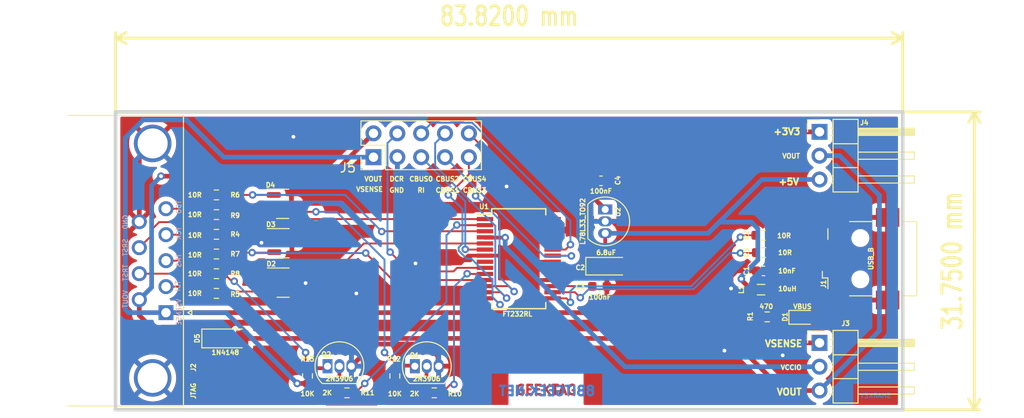
<source format=kicad_pcb>
(kicad_pcb (version 20211014) (generator pcbnew)
  (layers (0 "F.Cu" signal) (31 "B.Cu" signal) (34 "B.Paste" user) (35 "F.Paste" user) (36 "B.SilkS" user "B.Silkscreen") (37 "F.SilkS" user "F.Silkscreen") (38 "B.Mask" user) (39 "F.Mask" user) (44 "Edge.Cuts" user))
  (net 0 "")
  (net 1 "GND")
  (net 2 "/VUSB")
  (net 3 "VBUS")
  (net 4 "Net-(C3-Pad1)")
  (net 5 "/VREG")
  (net 6 "/VOUTR")
  (net 7 "/VOUT")
  (net 8 "Net-(D1-Pad1)")
  (net 9 "/TDI")
  (net 10 "/TCK")
  (net 11 "/TMS")
  (net 12 "/TDO")
  (net 13 "/VSENSE")
  (net 14 "Net-(J1-Pad3)")
  (net 15 "Net-(J1-Pad2)")
  (net 16 "/TRST")
  (net 17 "/SRST")
  (net 18 "Net-(D2-Pad2)")
  (net 19 "Net-(R3-Pad1)")
  (net 20 "Net-(R2-Pad1)")
  (net 24 "Net-(R8-Pad2)")
  (net 25 "Net-(D3-Pad1)")
  (net 26 "Net-(D3-Pad2)")
  (net 27 "Net-(D4-Pad1)")
  (net 28 "Net-(J3-Pad2)")
  (net 29 "Net-(R9-Pad2)")
  (net 30 "Net-(Q1-Pad2)")
  (net 31 "Net-(Q2-Pad2)")
  (net 32 "Net-(U1-Pad10)")
  (net 33 "Net-(U1-Pad2)")
  (net 34 "/DCR")
  (net 35 "/RI")
  (net 36 "/CBUS0")
  (net 37 "/CBUS1")
  (net 38 "/CBUS2")
  (net 39 "/CBUS3")
  (net 40 "/CBUS4")
  (footprint "Capacitor_SMD:C_0603_1608Metric" (layer "F.Cu") (at 188.15 83.3 180)
    (fp_text reference "C1")
    (fp_text value "10nF")
  )
  (footprint "Connector_PinHeader_2.54mm:PinHeader_2x05_P2.54mm_Vertical" (layer "F.Cu") (at 146.625 71.175 90)
    (fp_text reference "J5")
    (fp_text value "AUX")
  )
  (footprint "Resistor_SMD:R_0603_1608Metric" (layer "F.Cu") (at 148.9 94.5 90)
    (fp_text reference "R12")
    (fp_text value "10K")
  )
  (footprint "Capacitor_SMD:C_0603_1608Metric" (layer "F.Cu") (at 170.7 84.95)
    (fp_text reference "C3")
    (fp_text value "100nF")
  )
  (footprint "Resistor_SMD:R_0603_1608Metric" (layer "F.Cu") (at 129.9 75.2)
    (fp_text reference "R6")
    (fp_text value "10R")
  )
  (footprint "Package_TO_SOT_THT:TO-92_Inline" (layer "F.Cu") (at 141.73 93.46)
    (fp_text reference "Q2")
    (fp_text value "2N3906")
  )
  (footprint "Resistor_SMD:R_0603_1608Metric" (layer "F.Cu") (at 129.9 85.7)
    (fp_text reference "R5")
    (fp_text value "10R")
  )
  (footprint "Resistor_SMD:R_0603_1608Metric" (layer "F.Cu") (at 129.9 83.6)
    (fp_text reference "R8")
    (fp_text value "10R")
  )
  (footprint "Diode_SMD:D_MiniMELF" (layer "F.Cu") (at 130.9 90.5)
    (fp_text reference "D5")
    (fp_text value "1N4148")
  )
  (footprint "Resistor_SMD:R_0603_1608Metric" (layer "F.Cu") (at 139.6 94.5 90)
    (fp_text reference "R13")
    (fp_text value "10K")
  )
  (footprint "Resistor_SMD:R_0603_1608Metric" (layer "F.Cu") (at 129.9 79.4)
    (fp_text reference "R4")
    (fp_text value "10R")
  )
  (footprint "Package_SO:SSOP-28_5.3x10.2mm_P0.65mm" (layer "F.Cu") (at 162.1 82)
    (fp_text reference "U1")
    (fp_text value "FT232RL")
  )
  (footprint "Resistor_SMD:R_0603_1608Metric" (layer "F.Cu") (at 143.8 96.3 180)
    (fp_text reference "R11")
    (fp_text value "2K")
  )
  (footprint "Inductor_SMD:L_0805_2012Metric" (layer "F.Cu") (at 187.9 85.3 180)
    (fp_text reference "L1")
    (fp_text value "10uH")
  )
  (footprint "Package_TO_SOT_SMD:SOT-23" (layer "F.Cu") (at 137 80.35)
    (fp_text reference "D3")
    (fp_text value "NUP2105L" hide)
  )
  (footprint "Package_TO_SOT_THT:TO-92_Inline" (layer "F.Cu") (at 151.03 93.46)
    (fp_text reference "Q1")
    (fp_text value "2N3906")
  )
  (footprint "Capacitor_SMD:C_0603_1608Metric" (layer "F.Cu") (at 170.85 73.7)
    (fp_text reference "C4")
    (fp_text value "100nF")
  )
  (footprint "Connector_USB:USB_Mini-B_Wuerth_65100516121_Horizontal" (layer "F.Cu") (at 198.475 82 90)
    (fp_text reference "J1")
    (fp_text value "USB_B")
  )
  (footprint "Resistor_SMD:R_0603_1608Metric" (layer "F.Cu") (at 188.55 88.2 180)
    (fp_text reference "R1")
    (fp_text value "470")
  )
  (footprint "Connector_PinHeader_2.54mm:PinHeader_1x03_P2.54mm_Horizontal" (layer "F.Cu") (at 194.125 90.975)
    (fp_text reference "J3")
    (fp_text value "VCCIO")
  )
  (footprint "Connector_PinHeader_2.54mm:PinHeader_1x03_P2.54mm_Horizontal" (layer "F.Cu") (at 194.125 68.475)
    (fp_text reference "J4")
    (fp_text value "VOUT")
  )
  (footprint "Resistor_SMD:R_0603_1608Metric" (layer "F.Cu") (at 153.1 96.3 180)
    (fp_text reference "R10")
    (fp_text value "2K")
  )
  (footprint "Resistor_SMD:R_0603_1608Metric" (layer "F.Cu") (at 188.15 81.35)
    (fp_text reference "R3")
    (fp_text value "10R")
  )
  (footprint "Resistor_SMD:R_0603_1608Metric" (layer "F.Cu") (at 129.9 77.3)
    (fp_text reference "R9")
    (fp_text value "10R")
  )
  (footprint "Resistor_SMD:R_0603_1608Metric" (layer "F.Cu") (at 188.1 79.5)
    (fp_text reference "R2")
    (fp_text value "10R")
  )
  (footprint "Resistor_SMD:R_0603_1608Metric" (layer "F.Cu") (at 129.9 81.5)
    (fp_text reference "R7")
    (fp_text value "10R")
  )
  (footprint "Capacitor_Tantalum_SMD:CP_EIA-3216-18_Kemet-A" (layer "F.Cu") (at 171.55 82.8)
    (fp_text reference "C2")
    (fp_text value "6.8uF")
  )
  (footprint "Package_TO_SOT_SMD:SOT-23" (layer "F.Cu") (at 136.95 76.15)
    (fp_text reference "D4")
    (fp_text value "NUP2105L" hide)
  )
  (footprint "Package_TO_SOT_THT:TO-92_Inline" (layer "F.Cu") (at 171.3 76.75 -90)
    (fp_text reference "U2")
    (fp_text value "L78L33_TO92")
  )
  (footprint "Package_TO_SOT_SMD:SOT-23" (layer "F.Cu") (at 137 84.55)
    (fp_text reference "D2")
    (fp_text value "NUP2105L" hide)
  )
  (footprint "Connector_Dsub:DSUB-9_Female_Horizontal_P2.77x2.84mm_EdgePinOffset7.70mm_Housed_MountingHolesOffset9.12mm" (layer "F.Cu") (at 124.530331 87.75 -90)
    (fp_text reference "J2")
    (fp_text value "JTAG")
  )
  (footprint "LED_SMD:LED_0603_1608Metric" (layer "F.Cu") (at 192.35 88.25)
    (fp_text reference "D1")
    (fp_text value "VBUS")
  )
  (gr_line (start 119.16254 66.35) (end 202.98254 66.35) (layer "Edge.Cuts") (width 0.381))
  (gr_line (start 119.16254 98.1) (end 119.16254 66.35) (layer "Edge.Cuts") (width 0.381))
  (gr_line (start 202.98254 98.1) (end 119.16254 98.1) (layer "Edge.Cuts") (width 0.381))
  (gr_line (start 202.98254 66.35) (end 202.98254 98.1) (layer "Edge.Cuts") (width 0.381))
  (gr_text "GEEKTAG" (at 165 96) (layer "F.Cu") (effects (font (size 1 1) (thickness 0.25))))
  (gr_text "SHARKEY" (at 200.1 96.6) (layer "B.Cu") (effects (font (size 0.5 0.5) (thickness 0.125)) (justify mirror)))
  (gr_text "8BITGEEK.NET" (at 165.1 96.1) (layer "B.Cu") (effects (font (size 1 1) (thickness 0.25)) (justify mirror)))
  (gr_text "VOUT" (at 120.2 86.3 90) (layer "B.SilkS") (effects (font (size 0.508 0.508) (thickness 0.0762)) (justify mirror)))
  (gr_text "TDI" (at 125.8 84.9 90) (layer "B.SilkS") (effects (font (size 0.508 0.508) (thickness 0.0762)) (justify mirror)))
  (gr_text "SRST" (at 120.2 80.8 90) (layer "B.SilkS") (effects (font (size 0.508 0.508) (thickness 0.0762)) (justify mirror)))
  (gr_text "VSENSE" (at 125.9 87.7 90) (layer "B.SilkS") (effects (font (size 0.508 0.508) (thickness 0.0762)) (justify mirror)))
  (gr_text "TCK" (at 125.9 79.3 90) (layer "B.SilkS") (effects (font (size 0.508 0.508) (thickness 0.0762)) (justify mirror)))
  (gr_text "TRST" (at 120.2 83.5 90) (layer "B.SilkS") (effects (font (size 0.508 0.508) (thickness 0.0762)) (justify mirror)))
  (gr_text "TMS" (at 125.9 82.2 90) (layer "B.SilkS") (effects (font (size 0.508 0.508) (thickness 0.0762)) (justify mirror)))
  (gr_text "TDO" (at 125.9 76.5 90) (layer "B.SilkS") (effects (font (size 0.508 0.508) (thickness 0.0762)) (justify mirror)))
  (gr_text "GND" (at 120.2 78.1 90) (layer "B.SilkS") (effects (font (size 0.508 0.508) (thickness 0.0762)) (justify mirror)))
  (gr_text "RI" (at 151.7 74.7) (layer "F.SilkS") (effects (font (size 0.5 0.5) (thickness 0.125))))
  (gr_text "GND" (at 149.1 74.7) (layer "F.SilkS") (effects (font (size 0.5 0.5) (thickness 0.125))))
  (gr_text "VOUT" (at 190.9 96.2) (layer "F.SilkS") (effects (font (size 0.7 0.7) (thickness 0.175))))
  (gr_text "+3V3" (at 190.65 68.45) (layer "F.SilkS") (effects (font (size 0.7 0.7) (thickness 0.175))))
  (gr_text "CBUS3" (at 157.4 74.7) (layer "F.SilkS") (effects (font (size 0.5 0.5) (thickness 0.125))))
  (gr_text "VSENSE" (at 190.3 91.05) (layer "F.SilkS") (effects (font (size 0.7 0.7) (thickness 0.175))))
  (gr_text "VSENSE" (at 146.2 74.6) (layer "F.SilkS") (effects (font (size 0.5 0.5) (thickness 0.125))))
  (gr_text "CBUS2" (at 154.5 73.5) (layer "F.SilkS") (effects (font (size 0.5 0.5) (thickness 0.125))))
  (gr_text "+5V" (at 190.85 73.8) (layer "F.SilkS") (effects (font (size 0.7 0.7) (thickness 0.175))))
  (gr_text "VOUT" (at 146.6 73.5) (layer "F.SilkS") (effects (font (size 0.5 0.5) (thickness 0.125))))
  (gr_text "CBUS4" (at 157.4 73.5) (layer "F.SilkS") (effects (font (size 0.5 0.5) (thickness 0.125))))
  (gr_text "CBUS0" (at 151.7 73.5) (layer "F.SilkS") (effects (font (size 0.5 0.5) (thickness 0.125))))
  (gr_text "DCR" (at 149.1 73.5) (layer "F.SilkS") (effects (font (size 0.5 0.5) (thickness 0.125))))
  (gr_text "CBUS1" (at 154.5 74.7) (layer "F.SilkS") (effects (font (size 0.5 0.5) (thickness 0.125))))
  (dimension (type aligned) (layer "F.SilkS") (pts (xy 202.72854 98.1) (xy 202.72854 66.35)) (height 7.87146) (gr_text "31.7500 mm" (at 208.2632 82.225 90) (layer "F.SilkS") (effects (font (size 2.032 1.524) (thickness 0.3048)))) (format (units 2) (units_format 1) (precision 4)) (style (thickness 0.3048) (arrow_length 1.27) (text_position_mode 0) (extension_height 0.58642) (extension_offset 0) keep_text_aligned))
  (dimension (type aligned) (layer "F.SilkS") (pts (xy 202.98254 66.477) (xy 119.16254 66.477)) (height 7.99846) (gr_text "83.8200 mm" (at 161.07254 56.14174) (layer "F.SilkS") (effects (font (size 2.032 1.524) (thickness 0.3048)))) (format (units 2) (units_format 1) (precision 4)) (style (thickness 0.3048) (arrow_length 1.27) (text_position_mode 0) (extension_height 0.58642) (extension_offset 0) keep_text_aligned))
  (segment (start 201.375 86.4) (end 201.375 77.6) (width 0.5) (layer "F.Cu") (net 1))
  (segment (start 165.7 82.325) (end 163.575 82.325) (width 0.4) (layer "F.Cu") (net 1))
  (segment (start 162.925 81.675) (end 163.35 82.1) (width 0.4) (layer "F.Cu") (net 1))
  (segment (start 166.199022 79.725) (end 167.587011 78.337011) (width 0.4) (layer "F.Cu") (net 1))
  (segment (start 173.4 77.4) (end 172.78 78.02) (width 0.5) (layer "F.Cu") (net 1))
  (segment (start 144.27 93.46) (end 146.63048 91.09952) (width 0.5) (layer "F.Cu") (net 1))
  (segment (start 182.34 93.46) (end 184 91.8) (width 0.5) (layer "F.Cu") (net 1))
  (segment (start 160.95 76.15) (end 137.8875 76.15) (width 0.4) (layer "F.Cu") (net 1))
  (segment (start 187.375 83.3) (end 185.3 83.3) (width 0.5) (layer "F.Cu") (net 1))
  (segment (start 155.889259 82.5) (end 151.1 82.5) (width 0.4) (layer "F.Cu") (net 1))
  (segment (start 171.475 84.225) (end 172.9 82.8) (width 0.5) (layer "F.Cu") (net 1))
  (segment (start 167.587011 78.337011) (end 166.849022 79.075) (width 0.4) (layer "F.Cu") (net 1))
  (segment (start 163.775 79.725) (end 165.7 79.725) (width 0.4) (layer "F.Cu") (net 1))
  (segment (start 139.4 84.6) (end 137.9875 84.6) (width 0.5) (layer "F.Cu") (net 1))
  (segment (start 134.75 80.35) (end 134.7 80.3) (width 0.5) (layer "F.Cu") (net 1))
  (segment (start 184.7 83.9) (end 184.7 85.175) (width 0.5) (layer "F.Cu") (net 1))
  (segment (start 146.63048 91.09952) (end 152.2 91.09952) (width 0.5) (layer "F.Cu") (net 1))
  (segment (start 195.875 88.075) (end 195.875 86.4) (width 0.5) (layer "F.Cu") (net 1))
  (segment (start 163.35 80.15) (end 163.775 79.725) (width 0.4) (layer "F.Cu") (net 1))
  (segment (start 121.690331 71.13) (end 123.110331 69.71) (width 0.5) (layer "F.Cu") (net 1))
  (segment (start 195.875 80.4) (end 195.875 81.2) (width 0.5) (layer "F.Cu") (net 1))
  (segment (start 185.3 83.3) (end 184.7 83.9) (width 0.5) (layer "F.Cu") (net 1))
  (segment (start 194.55 89.4) (end 195.875 88.075) (width 0.5) (layer "F.Cu") (net 1))
  (segment (start 172.78 78.02) (end 171.3 78.02) (width 0.5) (layer "F.Cu") (net 1))
  (segment (start 163.35 83.85) (end 163.35 80.15) (width 0.4) (layer "F.Cu") (net 1))
  (segment (start 156.714259 81.675) (end 155.889259 82.5) (width 0.4) (layer "F.Cu") (net 1))
  (segment (start 163.575 82.325) (end 163.35 82.1) (width 0.4) (layer "F.Cu") (net 1))
  (segment (start 120.3 91.899669) (end 123.110331 94.71) (width 0.5) (layer "F.Cu") (net 1))
  (segment (start 172.1 78.02) (end 172.9 78.82) (width 0.5) (layer "F.Cu") (net 1))
  (segment (start 153.5 93.39) (end 153.57 93.46) (width 0.5) (layer "F.Cu") (net 1))
  (segment (start 152.2 91.09952) (end 153.5 92.39952) (width 0.5) (layer "F.Cu") (net 1))
  (segment (start 153.57 93.46) (end 182.34 93.46) (width 0.5) (layer "F.Cu") (net 1))
  (segment (start 158.5 81.675) (end 162.925 81.675) (width 0.4) (layer "F.Cu") (net 1))
  (segment (start 165.7 79.075) (end 163.875 79.075) (width 0.4) (layer "F.Cu") (net 1))
  (segment (start 137.9375 80.35) (end 134.75 80.35) (width 0.5) (layer "F.Cu") (net 1))
  (segment (start 173.4 75.475) (end 173.4 77.4) (width 0.5) (layer "F.Cu") (net 1))
  (segment (start 195.875 80.4) (end 195.875 77.6) (width 0.5) (layer "F.Cu") (net 1))
  (segment (start 163.35 82.1) (end 163.35 80.15) (width 0.4) (layer "F.Cu") (net 1))
  (segment (start 165.7 84.275) (end 163.775 84.275) (width 0.4) (layer "F.Cu") (net 1))
  (segment (start 172.9 78.82) (end 172.9 82.8) (width 0.5) (layer "F.Cu") (net 1))
  (segment (start 153.5 92.39952) (end 153.5 93.39) (width 0.5) (layer "F.Cu") (net 1))
  (segment (start 163.875 79.075) (end 160.95 76.15) (width 0.4) (layer "F.Cu") (net 1))
  (segment (start 171.3 78.02) (end 195.455 78.02) (width 0.4) (layer "F.Cu") (net 1))
  (segment (start 137.9875 84.6) (end 137.9375 84.55) (width 0.5) (layer "F.Cu") (net 1))
  (segment (start 167.904022 78.02) (end 167.587011 78.337011) (width 0.4) (layer "F.Cu") (net 1))
  (segment (start 184.7 85.175) (end 187.725 88.2) (width 0.5) (layer "F.Cu") (net 1))
  (segment (start 165.7 79.725) (end 166.199022 79.725) (width 0.4) (layer "F.Cu") (net 1))
  (segment (start 158.5 81.675) (end 156.714259 81.675) (width 0.4) (layer "F.Cu") (net 1))
  (segment (start 121.690331 78.055) (end 121.690331 71.13) (width 0.5) (layer "F.Cu") (net 1))
  (segment (start 171.475 84.95) (end 171.475 84.225) (width 0.5) (layer "F.Cu") (net 1))
  (segment (start 121.690331 78.055) (end 120.3 79.445331) (width 0.5) (layer "F.Cu") (net 1))
  (segment (start 163.775 84.275) (end 163.35 83.85) (width 0.4) (layer "F.Cu") (net 1))
  (segment (start 171.625 73.7) (end 173.4 75.475) (width 0.5) (layer "F.Cu") (net 1))
  (segment (start 120.3 79.445331) (end 120.3 91.899669) (width 0.5) (layer "F.Cu") (net 1))
  (segment (start 201.375 77.6) (end 195.875 77.6) (width 0.5) (layer "F.Cu") (net 1))
  (segment (start 195.455 78.02) (end 195.875 77.6) (width 0.4) (layer "F.Cu") (net 1))
  (segment (start 166.849022 79.075) (end 165.7 79.075) (width 0.4) (layer "F.Cu") (net 1))
  (segment (start 187.725 88.2) (end 188.925 89.4) (width 0.5) (layer "F.Cu") (net 1))
  (segment (start 171.3 78.02) (end 172.1 78.02) (width 0.5) (layer "F.Cu") (net 1))
  (segment (start 195.875 86.4) (end 201.375 86.4) (width 0.5) (layer "F.Cu") (net 1))
  (segment (start 171.3 78.02) (end 167.904022 78.02) (width 0.4) (layer "F.Cu") (net 1))
  (segment (start 188.925 89.4) (end 194.55 89.4) (width 0.5) (layer "F.Cu") (net 1))
  (via (at 190.2 92.3) (size 0.8) (drill 0.4) (layers "F.Cu" "B.Cu") (net 1))
  (via (at 151.1 82.5) (size 0.8) (drill 0.4) (layers "F.Cu" "B.Cu") (net 1))
  (via (at 138.1 69) (size 0.8) (drill 0.4) (layers "F.Cu" "B.Cu") (net 1))
  (via (at 184 91.8) (size 0.8) (drill 0.4) (layers "F.Cu" "B.Cu") (net 1))
  (via (at 144.8 85.7) (size 0.8) (drill 0.4) (layers "F.Cu" "B.Cu") (net 1))
  (via (at 160.8 74.3) (size 0.8) (drill 0.4) (layers "F.Cu" "B.Cu") (net 1))
  (via (at 134.7 80.3) (size 0.8) (drill 0.4) (layers "F.Cu" "B.Cu") (net 1))
  (via (at 139.4 84.6) (size 0.8) (drill 0.4) (layers "F.Cu" "B.Cu") (net 1))
  (via (at 184.7 85.175) (size 0.8) (drill 0.4) (layers "F.Cu" "B.Cu") (net 1))
  (segment (start 134.7 80.3) (end 133.69003 80.3) (width 0.5) (layer "B.Cu") (net 1))
  (segment (start 139.4 84.6) (end 144.27 89.47) (width 0.5) (layer "B.Cu") (net 1))
  (segment (start 149.165 71.175) (end 149.165 80.565) (width 0.4) (layer "B.Cu") (net 1))
  (segment (start 134.7 80.3) (end 133.700331 80.3) (width 0.5) (layer "B.Cu") (net 1))
  (segment (start 144.27 89.47) (end 144.27 93.46) (width 0.5) (layer "B.Cu") (net 1))
  (segment (start 132.950489 83.950489) (end 133.5 84.5) (width 0.5) (layer "B.Cu") (net 1))
  (segment (start 132.950489 81.039541) (end 132.950489 83.950489) (width 0.5) (layer "B.Cu") (net 1))
  (segment (start 133.6 84.6) (end 139.4 84.6) (width 0.5) (layer "B.Cu") (net 1))
  (segment (start 149.165 80.565) (end 151.1 82.5) (width 0.4) (layer "B.Cu") (net 1))
  (segment (start 133.700331 80.3) (end 123.110331 69.71) (width 0.5) (layer "B.Cu") (net 1))
  (segment (start 133.69003 80.3) (end 132.950489 81.039541) (width 0.5) (layer "B.Cu") (net 1))
  (segment (start 184 91.8) (end 184 85.875) (width 0.5) (layer "B.Cu") (net 1))
  (segment (start 184 85.875) (end 184.7 85.175) (width 0.5) (layer "B.Cu") (net 1))
  (segment (start 133.5 84.5) (end 133.6 84.6) (width 0.5) (layer "B.Cu") (net 1))
  (segment (start 195.875 83.6) (end 189.225 83.6) (width 0.5) (layer "F.Cu") (net 2))
  (segment (start 188.9625 83.3375) (end 188.925 83.3) (width 0.5) (layer "F.Cu") (net 2))
  (segment (start 188.9625 85.3) (end 188.9625 83.3375) (width 0.5) (layer "F.Cu") (net 2))
  (segment (start 189.225 83.6) (end 188.925 83.3) (width 0.5) (layer "F.Cu") (net 2))
  (segment (start 185.8 84.2625) (end 186.8375 85.3) (width 0.5) (layer "F.Cu") (net 3))
  (segment (start 186.8375 85.3) (end 188.1375 86.6) (width 0.5) (layer "F.Cu") (net 3))
  (segment (start 185.8 84.15) (end 185.8 84.2625) (width 0.5) (layer "F.Cu") (net 3))
  (segment (start 193.1375 87.6375) (end 193.1375 88.25) (width 0.5) (layer "F.Cu") (net 3))
  (segment (start 165.7 82.975) (end 170.025 82.975) (width 0.4) (layer "F.Cu") (net 3))
  (segment (start 170.025 82.975) (end 170.2 82.8) (width 0.3) (layer "F.Cu") (net 3))
  (segment (start 192.1 86.6) (end 193.1375 87.6375) (width 0.5) (layer "F.Cu") (net 3))
  (segment (start 171.3 81.7) (end 170.2 82.8) (width 0.4) (layer "F.Cu") (net 3))
  (segment (start 188.1375 86.6) (end 192.1 86.6) (width 0.5) (layer "F.Cu") (net 3))
  (segment (start 171.3 79.29) (end 171.3 81.7) (width 0.4) (layer "F.Cu") (net 3))
  (via (at 185.8 84.15) (size 0.8) (drill 0.4) (layers "F.Cu" "B.Cu") (net 3))
  (segment (start 186.85 78.1) (end 187.55 78.8) (width 0.5) (layer "B.Cu") (net 3))
  (segment (start 194.125 73.555) (end 187.995 73.555) (width 0.5) (layer "B.Cu") (net 3))
  (segment (start 182.26 79.29) (end 183.45 78.1) (width 0.5) (layer "B.Cu") (net 3))
  (segment (start 183.45 78.1) (end 186.8 78.1) (width 0.5) (layer "B.Cu") (net 3))
  (segment (start 187.995 73.555) (end 182.26 79.29) (width 0.5) (layer "B.Cu") (net 3))
  (segment (start 187.55 82.15) (end 185.8 83.9) (width 0.5) (layer "B.Cu") (net 3))
  (segment (start 185.8 83.9) (end 185.8 84.15) (width 0.5) (layer "B.Cu") (net 3))
  (segment (start 186.8 78.1) (end 186.85 78.1) (width 0.5) (layer "B.Cu") (net 3))
  (segment (start 187.55 78.8) (end 187.55 82.15) (width 0.5) (layer "B.Cu") (net 3))
  (segment (start 182.26 79.29) (end 171.3 79.29) (width 0.5) (layer "B.Cu") (net 3))
  (segment (start 169.9 84.925) (end 169.925 84.95) (width 0.2) (layer "F.Cu") (net 4))
  (segment (start 165.7 84.925) (end 169.9 84.925) (width 0.2) (layer "F.Cu") (net 4))
  (segment (start 170.1 72.25) (end 173.875 68.475) (width 0.5) (layer "F.Cu") (net 5))
  (segment (start 173.875 68.475) (end 194.125 68.475) (width 0.5) (layer "F.Cu") (net 5))
  (segment (start 170.075 73.7) (end 170.075 75.525) (width 0.5) (layer "F.Cu") (net 5))
  (segment (start 170.1 73.675) (end 170.1 72.25) (width 0.5) (layer "F.Cu") (net 5))
  (segment (start 170.075 73.7) (end 170.1 73.675) (width 0.5) (layer "F.Cu") (net 5))
  (segment (start 170.075 75.525) (end 171.3 76.75) (width 0.5) (layer "F.Cu") (net 5))
  (segment (start 121.690331 88.040331) (end 124.15 90.5) (width 0.5) (layer "F.Cu") (net 6))
  (segment (start 142.06 73.2) (end 146.625 68.635) (width 0.5) (layer "F.Cu") (net 6))
  (segment (start 124.15 90.5) (end 129.15 90.5) (width 0.5) (layer "F.Cu") (net 6))
  (segment (start 121.690331 86.365) (end 121.690331 88.040331) (width 0.5) (layer "F.Cu") (net 6))
  (segment (start 124 73.2) (end 142.06 73.2) (width 0.5) (layer "F.Cu") (net 6))
  (via (at 124 73.2) (size 0.8) (drill 0.4) (layers "F.Cu" "B.Cu") (net 6))
  (segment (start 123 85.055331) (end 123 74.2) (width 0.5) (layer "B.Cu") (net 6))
  (segment (start 121.690331 86.365) (end 123 85.055331) (width 0.5) (layer "B.Cu") (net 6))
  (segment (start 123 74.2) (end 124 73.2) (width 0.5) (layer "B.Cu") (net 6))
  (segment (start 132.65 90.5) (end 184.7 90.5) (width 0.5) (layer "F.Cu") (net 7))
  (segment (start 190.255 96.055) (end 194.125 96.055) (width 0.5) (layer "F.Cu") (net 7))
  (segment (start 184.7 90.5) (end 190.255 96.055) (width 0.5) (layer "F.Cu") (net 7))
  (segment (start 200.5 75.25) (end 196.265 71.015) (width 0.5) (layer "B.Cu") (net 7))
  (segment (start 194.125 96.055) (end 200.5 89.68) (width 0.5) (layer "B.Cu") (net 7))
  (segment (start 196.265 71.015) (end 194.125 71.015) (width 0.5) (layer "B.Cu") (net 7))
  (segment (start 200.5 89.68) (end 200.5 75.25) (width 0.5) (layer "B.Cu") (net 7))
  (segment (start 189.425 88.25) (end 189.375 88.2) (width 0.5) (layer "F.Cu") (net 8))
  (segment (start 191.5625 88.25) (end 189.425 88.25) (width 0.5) (layer "F.Cu") (net 8))
  (segment (start 129.075 85.7) (end 128.355 84.98) (width 0.2) (layer "F.Cu") (net 9))
  (segment (start 128.355 84.98) (end 124.530331 84.98) (width 0.2) (layer "F.Cu") (net 9))
  (segment (start 124.530331 79.44) (end 129.035 79.44) (width 0.2) (layer "F.Cu") (net 10))
  (segment (start 129.035 79.44) (end 129.075 79.4) (width 0.2) (layer "F.Cu") (net 10))
  (segment (start 128.365 82.21) (end 124.530331 82.21) (width 0.2) (layer "F.Cu") (net 11))
  (segment (start 129.075 81.5) (end 128.365 82.21) (width 0.2) (layer "F.Cu") (net 11))
  (segment (start 127.605 76.67) (end 129.075 75.2) (width 0.2) (layer "F.Cu") (net 12))
  (segment (start 124.530331 76.67) (end 127.605 76.67) (width 0.2) (layer "F.Cu") (net 12))
  (segment (start 148.9 95.4) (end 148.9 95.325) (width 0.5) (layer "F.Cu") (net 13))
  (segment (start 141.675 97.4) (end 146.9 97.4) (width 0.5) (layer "F.Cu") (net 13))
  (segment (start 139.575 95.3) (end 139.6 95.325) (width 0.5) (layer "F.Cu") (net 13))
  (segment (start 124.530331 87.75) (end 183.2 87.75) (width 0.5) (layer "F.Cu") (net 13))
  (segment (start 146.9 97.4) (end 148.9 95.4) (width 0.5) (layer "F.Cu") (net 13))
  (segment (start 138.5 95.3) (end 139.575 95.3) (width 0.5) (layer "F.Cu") (net 13))
  (segment (start 139.6 95.325) (end 141.675 97.4) (width 0.5) (layer "F.Cu") (net 13))
  (segment (start 183.2 87.75) (end 186.425 90.975) (width 0.5) (layer "F.Cu") (net 13))
  (segment (start 186.425 90.975) (end 194.125 90.975) (width 0.5) (layer "F.Cu") (net 13))
  (via (at 138.5 95.3) (size 0.8) (drill 0.4) (layers "F.Cu" "B.Cu") (net 13))
  (segment (start 120.2 87.4) (end 120.2 69.1) (width 0.5) (layer "B.Cu") (net 13))
  (segment (start 126.7 67.2) (end 130.675 71.175) (width 0.5) (layer "B.Cu") (net 13))
  (segment (start 130.95 87.75) (end 138.5 95.3) (width 0.5) (layer "B.Cu") (net 13))
  (segment (start 130.675 71.175) (end 146.625 71.175) (width 0.5) (layer "B.Cu") (net 13))
  (segment (start 122.1 67.2) (end 126.7 67.2) (width 0.5) (layer "B.Cu") (net 13))
  (segment (start 120.55 87.75) (end 120.2 87.4) (width 0.5) (layer "B.Cu") (net 13))
  (segment (start 124.530331 87.75) (end 130.95 87.75) (width 0.5) (layer "B.Cu") (net 13))
  (segment (start 120.2 69.1) (end 122.1 67.2) (width 0.5) (layer "B.Cu") (net 13))
  (segment (start 124.530331 87.75) (end 120.55 87.75) (width 0.5) (layer "B.Cu") (net 13))
  (segment (start 193.5 82) (end 191 79.5) (width 0.2) (layer "F.Cu") (net 14))
  (segment (start 191 79.5) (end 188.925 79.5) (width 0.2) (layer "F.Cu") (net 14))
  (segment (start 195.875 82) (end 193.5 82) (width 0.2) (layer "F.Cu") (net 14))
  (segment (start 192.4 81.35) (end 188.975 81.35) (width 0.2) (layer "F.Cu") (net 15))
  (segment (start 195.875 82.8) (end 193.85 82.8) (width 0.2) (layer "F.Cu") (net 15))
  (segment (start 193.85 82.8) (end 192.4 81.35) (width 0.2) (layer "F.Cu") (net 15))
  (segment (start 129.075 83.6) (end 129.07 83.595) (width 0.2) (layer "F.Cu") (net 16))
  (segment (start 129.07 83.595) (end 121.690331 83.595) (width 0.2) (layer "F.Cu") (net 16))
  (segment (start 122.9 79.615331) (end 122.9 79) (width 0.2) (layer "F.Cu") (net 17))
  (segment (start 123.8 78.1) (end 128.275 78.1) (width 0.2) (layer "F.Cu") (net 17))
  (segment (start 122.9 79) (end 123.8 78.1) (width 0.2) (layer "F.Cu") (net 17))
  (segment (start 121.690331 80.825) (end 122.9 79.615331) (width 0.2) (layer "F.Cu") (net 17))
  (segment (start 128.275 78.1) (end 129.075 77.3) (width 0.2) (layer "F.Cu") (net 17))
  (segment (start 136.0625 85.5) (end 130.925 85.5) (width 0.2) (layer "F.Cu") (net 18))
  (segment (start 145.598586 80.375) (end 140.473586 85.5) (width 0.2) (layer "F.Cu") (net 18))
  (segment (start 158.5 80.375) (end 145.598586 80.375) (width 0.2) (layer "F.Cu") (net 18))
  (segment (start 130.925 85.5) (end 130.725 85.7) (width 0.2) (layer "F.Cu") (net 18))
  (segment (start 140.473586 85.5) (end 136.0625 85.5) (width 0.2) (layer "F.Cu") (net 18))
  (segment (start 185.7 81.4) (end 187.275 81.4) (width 0.2) (layer "F.Cu") (net 19))
  (segment (start 187.275 81.4) (end 187.325 81.35) (width 0.2) (layer "F.Cu") (net 19))
  (segment (start 168.075 85.575) (end 168.65 86.15) (width 0.2) (layer "F.Cu") (net 19))
  (segment (start 165.7 85.575) (end 168.075 85.575) (width 0.2) (layer "F.Cu") (net 19))
  (via (at 185.7 81.4) (size 0.8) (drill 0.4) (layers "F.Cu" "B.Cu") (net 19))
  (via (at 168.65 86.15) (size 0.8) (drill 0.4) (layers "F.Cu" "B.Cu") (net 19))
  (segment (start 168.65 86.15) (end 169.55048 85.24952) (width 0.2) (layer "B.Cu") (net 19))
  (segment (start 180.70048 85.24952) (end 184.55 81.4) (width 0.2) (layer "B.Cu") (net 19))
  (segment (start 184.55 81.4) (end 185.7 81.4) (width 0.2) (layer "B.Cu") (net 19))
  (segment (start 169.55048 85.24952) (end 180.70048 85.24952) (width 0.2) (layer "B.Cu") (net 19))
  (segment (start 167.6 86.65) (end 167.175 86.225) (width 0.2) (layer "F.Cu") (net 20))
  (segment (start 187.275 79.5) (end 185.9 79.5) (width 0.2) (layer "F.Cu") (net 20))
  (segment (start 167.175 86.225) (end 165.7 86.225) (width 0.2) (layer "F.Cu") (net 20))
  (segment (start 185.9 79.5) (end 185.7 79.7) (width 0.2) (layer "F.Cu") (net 20))
  (via (at 167.6 86.65) (size 0.8) (drill 0.4) (layers "F.Cu" "B.Cu") (net 20))
  (via (at 185.7 79.7) (size 0.8) (drill 0.4) (layers "F.Cu" "B.Cu") (net 20))
  (segment (start 185.7 79.7) (end 180.45 84.95) (width 0.2) (layer "B.Cu") (net 20))
  (segment (start 180.45 84.95) (end 168.1 84.95) (width 0.2) (layer "B.Cu") (net 20))
  (segment (start 167.6 85.45) (end 167.6 86.65) (width 0.2) (layer "B.Cu") (net 20))
  (segment (start 168.1 84.95) (end 167.6 85.45) (width 0.2) (layer "B.Cu") (net 20))
  (segment (start 141.515 93.675) (end 141.73 93.46) (width 0.4) (layer "F.Cu") (net 24))
  (segment (start 139.4 93.2) (end 139.4 92) (width 0.2) (layer "F.Cu") (net 24))
  (segment (start 131.525 84.4) (end 130.725 83.6) (width 0.2) (layer "F.Cu") (net 24))
  (segment (start 130.725 83.6) (end 136.0625 83.6) (width 0.2) (layer "F.Cu") (net 24))
  (segment (start 131.8 84.4) (end 131.525 84.4) (width 0.2) (layer "F.Cu") (net 24))
  (segment (start 139.6 93.675) (end 139.6 93.4) (width 0.2) (layer "F.Cu") (net 24))
  (segment (start 139.6 93.675) (end 141.515 93.675) (width 0.4) (layer "F.Cu") (net 24))
  (segment (start 139.6 93.4) (end 139.4 93.2) (width 0.2) (layer "F.Cu") (net 24))
  (via (at 131.8 84.4) (size 0.8) (drill 0.4) (layers "F.Cu" "B.Cu") (net 24))
  (via (at 139.4 92) (size 0.8) (drill 0.4) (layers "F.Cu" "B.Cu") (net 24))
  (segment (start 139.4 92) (end 131.8 84.4) (width 0.2) (layer "B.Cu") (net 24))
  (segment (start 137.6875 77.775) (end 136.0625 79.4) (width 0.2) (layer "F.Cu") (net 25))
  (segment (start 136.0625 79.4) (end 130.725 79.4) (width 0.2) (layer "F.Cu") (net 25))
  (segment (start 158.5 77.775) (end 137.6875 77.775) (width 0.2) (layer "F.Cu") (net 25))
  (segment (start 130.875 81.35) (end 130.725 81.5) (width 0.2) (layer "F.Cu") (net 26))
  (segment (start 158.5 84.275) (end 148.675 84.275) (width 0.2) (layer "F.Cu") (net 26))
  (segment (start 136.0125 81.35) (end 136.0625 81.3) (width 0.2) (layer "F.Cu") (net 26))
  (segment (start 133.7 81.35) (end 130.875 81.35) (width 0.2) (layer "F.Cu") (net 26))
  (segment (start 133.7 81.35) (end 136.0125 81.35) (width 0.2) (layer "F.Cu") (net 26))
  (segment (start 148.675 84.275) (end 145.8 81.4) (width 0.2) (layer "F.Cu") (net 26))
  (via (at 133.7 81.35) (size 0.8) (drill 0.4) (layers "F.Cu" "B.Cu") (net 26))
  (via (at 145.8 81.4) (size 0.8) (drill 0.4) (layers "F.Cu" "B.Cu") (net 26))
  (segment (start 145.8 81.4) (end 133.75 81.4) (width 0.2) (layer "B.Cu") (net 26))
  (segment (start 133.75 81.4) (end 133.7 81.35) (width 0.2) (layer "B.Cu") (net 26))
  (segment (start 133.75 75.2) (end 136.0125 75.2) (width 0.2) (layer "F.Cu") (net 27))
  (segment (start 147.525 79.075) (end 147.5 79.1) (width 0.2) (layer "F.Cu") (net 27))
  (segment (start 158.5 79.075) (end 147.525 79.075) (width 0.2) (layer "F.Cu") (net 27))
  (segment (start 133.75 75.2) (end 130.725 75.2) (width 0.2) (layer "F.Cu") (net 27))
  (via (at 147.5 79.1) (size 0.8) (drill 0.4) (layers "F.Cu" "B.Cu") (net 27))
  (via (at 133.75 75.2) (size 0.8) (drill 0.4) (layers "F.Cu" "B.Cu") (net 27))
  (segment (start 143.6 75.2) (end 133.75 75.2) (width 0.2) (layer "B.Cu") (net 27))
  (segment (start 147.5 79.1) (end 143.6 75.2) (width 0.2) (layer "B.Cu") (net 27))
  (segment (start 158.525 79.75) (end 158.5 79.725) (width 0.4) (layer "F.Cu") (net 28))
  (segment (start 160.65 79.75) (end 158.525 79.75) (width 0.4) (layer "F.Cu") (net 28))
  (via (at 160.65 79.75) (size 0.8) (drill 0.4) (layers "F.Cu" "B.Cu") (net 28))
  (segment (start 194.125 93.515) (end 173.40503 93.515) (width 0.5) (layer "B.Cu") (net 28))
  (segment (start 173.40503 93.515) (end 160.65 80.75997) (width 0.5) (layer "B.Cu") (net 28))
  (segment (start 160.65 80.75997) (end 160.65 79.75) (width 0.5) (layer "B.Cu") (net 28))
  (segment (start 151.1 93.4) (end 149.175 93.4) (width 0.4) (layer "F.Cu") (net 29))
  (segment (start 140.5 77) (end 136.1125 77) (width 0.2) (layer "F.Cu") (net 29))
  (segment (start 149.175 93.4) (end 148.9 93.675) (width 0.4) (layer "F.Cu") (net 29))
  (segment (start 135.8125 77.3) (end 136.0125 77.1) (width 0.2) (layer "F.Cu") (net 29))
  (segment (start 151.03 93.46) (end 151.04 93.46) (width 0.4) (layer "F.Cu") (net 29))
  (segment (start 136.1125 77) (end 136.0125 77.1) (width 0.2) (layer "F.Cu") (net 29))
  (segment (start 148.9 93.675) (end 148.9 93.1) (width 0.2) (layer "F.Cu") (net 29))
  (segment (start 130.725 77.3) (end 135.8125 77.3) (width 0.2) (layer "F.Cu") (net 29))
  (segment (start 148.9 93.1) (end 147.8 92) (width 0.2) (layer "F.Cu") (net 29))
  (segment (start 151.04 93.46) (end 151.1 93.4) (width 0.4) (layer "F.Cu") (net 29))
  (via (at 147.8 92) (size 0.8) (drill 0.4) (layers "F.Cu" "B.Cu") (net 29))
  (via (at 140.5 77) (size 0.8) (drill 0.4) (layers "F.Cu" "B.Cu") (net 29))
  (segment (start 147.8 82.1) (end 145.3 79.6) (width 0.2) (layer "B.Cu") (net 29))
  (segment (start 145.3 79.6) (end 142.7 77) (width 0.2) (layer "B.Cu") (net 29))
  (segment (start 142.7 77) (end 140.5 77) (width 0.2) (layer "B.Cu") (net 29))
  (segment (start 147.8 92) (end 147.8 82.1) (width 0.2) (layer "B.Cu") (net 29))
  (segment (start 152.275 96.3) (end 152.275 93.485) (width 0.4) (layer "F.Cu") (net 30))
  (segment (start 152.275 93.485) (end 152.3 93.46) (width 0.4) (layer "F.Cu") (net 30))
  (segment (start 143 93.46) (end 143 96.275) (width 0.4) (layer "F.Cu") (net 31))
  (segment (start 143 96.275) (end 142.975 96.3) (width 0.4) (layer "F.Cu") (net 31))
  (segment (start 156.625 83.625) (end 156.6 83.6) (width 0.2) (layer "F.Cu") (net 32))
  (segment (start 155.2 95.4) (end 154.825 95.4) (width 0.2) (layer "F.Cu") (net 32))
  (segment (start 158.5 83.625) (end 156.625 83.625) (width 0.2) (layer "F.Cu") (net 32))
  (segment (start 154.825 95.4) (end 153.925 96.3) (width 0.2) (layer "F.Cu") (net 32))
  (via (at 155.2 95.4) (size 0.8) (drill 0.4) (layers "F.Cu" "B.Cu") (net 32))
  (via (at 156.6 83.6) (size 0.8) (drill 0.4) (layers "F.Cu" "B.Cu") (net 32))
  (segment (start 156.6 83.6) (end 155.2 85) (width 0.2) (layer "B.Cu") (net 32))
  (segment (start 155.2 85) (end 155.2 95.4) (width 0.2) (layer "B.Cu") (net 32))
  (segment (start 155.5 78.4) (end 155.525 78.425) (width 0.2) (layer "F.Cu") (net 33))
  (segment (start 144.7 96.3) (end 145.7 95.3) (width 0.2) (layer "F.Cu") (net 33))
  (segment (start 155.525 78.425) (end 158.5 78.425) (width 0.2) (layer "F.Cu") (net 33))
  (segment (start 144.625 96.3) (end 144.7 96.3) (width 0.2) (layer "F.Cu") (net 33))
  (via (at 155.5 78.4) (size 0.8) (drill 0.4) (layers "F.Cu" "B.Cu") (net 33))
  (via (at 145.7 95.3) (size 0.8) (drill 0.4) (layers "F.Cu" "B.Cu") (net 33))
  (segment (start 154.4 83.8) (end 154.4 79.5) (width 0.2) (layer "B.Cu") (net 33))
  (segment (start 154.4 86.6) (end 154.4 83.8) (width 0.2) (layer "B.Cu") (net 33))
  (segment (start 154.4 79.5) (end 155.5 78.4) (width 0.2) (layer "B.Cu") (net 33))
  (segment (start 145.7 95.3) (end 154.4 86.6) (width 0.2) (layer "B.Cu") (net 33))
  (segment (start 158.5 82.975) (end 155.525 82.975) (width 0.2) (layer "F.Cu") (net 34))
  (segment (start 148.4 81.3) (end 150.451673 83.351673) (width 0.2) (layer "F.Cu") (net 34))
  (segment (start 150.451673 83.351673) (end 155.148327 83.351673) (width 0.2) (layer "F.Cu") (net 34))
  (segment (start 155.525 82.975) (end 155.148327 83.351673) (width 0.2) (layer "F.Cu") (net 34))
  (via (at 148.4 81.3) (size 0.8) (drill 0.4) (layers "F.Cu" "B.Cu") (net 34))
  (segment (start 148.4 81.3) (end 148.115489 81.015489) (width 0.2) (layer "B.Cu") (net 34))
  (segment (start 148.115489 69.684511) (end 149.165 68.635) (width 0.2) (layer "B.Cu") (net 34))
  (segment (start 148.115489 81.015489) (end 148.115489 69.684511) (width 0.2) (layer "B.Cu") (net 34))
  (segment (start 158.5 81.025) (end 156.425 81.025) (width 0.2) (layer "F.Cu") (net 35))
  (segment (start 156.425 81.025) (end 156.4 81) (width 0.2) (layer "F.Cu") (net 35))
  (via (at 156.4 81) (size 0.8) (drill 0.4) (layers "F.Cu" "B.Cu") (net 35))
  (segment (start 156.4 81) (end 156.4 75.87) (width 0.2) (layer "B.Cu") (net 35))
  (segment (start 156.4 75.87) (end 151.705 71.175) (width 0.2) (layer "B.Cu") (net 35))
  (segment (start 165.7 81.025) (end 167.075 81.025) (width 0.2) (layer "F.Cu") (net 36))
  (segment (start 167.075 81.025) (end 167.6 80.5) (width 0.2) (layer "F.Cu") (net 36))
  (via (at 167.6 80.5) (size 0.8) (drill 0.4) (layers "F.Cu" "B.Cu") (net 36))
  (segment (start 167.6 80.5) (end 167.6 77.965766) (width 0.2) (layer "B.Cu") (net 36))
  (segment (start 167.6 77.965766) (end 157.134234 67.5) (width 0.2) (layer "B.Cu") (net 36))
  (segment (start 152.84 67.5) (end 151.705 68.635) (width 0.2) (layer "B.Cu") (net 36))
  (segment (start 157.134234 67.5) (end 152.84 67.5) (width 0.2) (layer "B.Cu") (net 36))
  (segment (start 167.675 81.675) (end 165.7 81.675) (width 0.2) (layer "F.Cu") (net 37))
  (segment (start 167.7 81.7) (end 167.675 81.675) (width 0.2) (layer "F.Cu") (net 37))
  (via (at 167.7 81.7) (size 0.8) (drill 0.4) (layers "F.Cu" "B.Cu") (net 37))
  (segment (start 164.77 81.7) (end 167.7 81.7) (width 0.2) (layer "B.Cu") (net 37))
  (segment (start 154.245 71.175) (end 164.77 81.7) (width 0.2) (layer "B.Cu") (net 37))
  (segment (start 158.5 85.575) (end 160.175 85.575) (width 0.2) (layer "F.Cu") (net 38))
  (segment (start 160.175 85.575) (end 160.8 86.2) (width 0.2) (layer "F.Cu") (net 38))
  (via (at 160.8 86.2) (size 0.8) (drill 0.4) (layers "F.Cu" "B.Cu") (net 38))
  (segment (start 159.6 85) (end 159.6 78.5) (width 0.2) (layer "B.Cu") (net 38))
  (segment (start 159.6 78.5) (end 153.195489 72.095489) (width 0.2) (layer "B.Cu") (net 38))
  (segment (start 153.195489 69.684511) (end 154.245 68.635) (width 0.2) (layer "B.Cu") (net 38))
  (segment (start 160.8 86.2) (end 159.6 85) (width 0.2) (layer "B.Cu") (net 38))
  (segment (start 153.195489 72.095489) (end 153.195489 69.684511) (width 0.2) (layer "B.Cu") (net 38))
  (segment (start 158.5 86.225) (end 159.425 86.225) (width 0.2) (layer "F.Cu") (net 39))
  (segment (start 156.785 73.015) (end 156.785 71.175) (width 0.2) (layer "F.Cu") (net 39))
  (segment (start 154.6 75.2) (end 156.785 73.015) (width 0.2) (layer "F.Cu") (net 39))
  (segment (start 159.425 86.225) (end 160.1 86.9) (width 0.2) (layer "F.Cu") (net 39))
  (via (at 154.6 75.2) (size 0.8) (drill 0.4) (layers "F.Cu" "B.Cu") (net 39))
  (via (at 160.1 86.9) (size 0.8) (drill 0.4) (layers "F.Cu" "B.Cu") (net 39))
  (segment (start 156.552162 82) (end 157.047838 82) (width 0.2) (layer "B.Cu") (net 39))
  (segment (start 157.047838 82) (end 159.3 84.252162) (width 0.2) (layer "B.Cu") (net 39))
  (segment (start 156.099511 80.400489) (end 155.7 80.8) (width 0.2) (layer "B.Cu") (net 39))
  (segment (start 159.3 84.252162) (end 159.3 86.1) (width 0.2) (layer "B.Cu") (net 39))
  (segment (start 159.3 86.1) (end 160.1 86.9) (width 0.2) (layer "B.Cu") (net 39))
  (segment (start 156.099511 76.699511) (end 156.099511 80.400489) (width 0.2) (layer "B.Cu") (net 39))
  (segment (start 154.6 75.2) (end 156.099511 76.699511) (width 0.2) (layer "B.Cu") (net 39))
  (segment (start 155.7 81.147838) (end 156.552162 82) (width 0.2) (layer "B.Cu") (net 39))
  (segment (start 155.7 80.8) (end 155.7 81.147838) (width 0.2) (layer "B.Cu") (net 39))
  (segment (start 156.785 68.635) (end 158.2 70.05) (width 0.2) (layer "F.Cu") (net 40))
  (segment (start 158.5 84.925) (end 161.025 84.925) (width 0.2) (layer "F.Cu") (net 40))
  (segment (start 161.025 84.925) (end 161.6 85.5) (width 0.2) (layer "F.Cu") (net 40))
  (segment (start 158.2 74.6) (end 157.5 75.3) (width 0.2) (layer "F.Cu") (net 40))
  (segment (start 158.2 70.05) (end 158.2 74.6) (width 0.2) (layer "F.Cu") (net 40))
  (via (at 157.5 75.3) (size 0.8) (drill 0.4) (layers "F.Cu" "B.Cu") (net 40))
  (via (at 161.6 85.5) (size 0.8) (drill 0.4) (layers "F.Cu" "B.Cu") (net 40))
  (segment (start 160.050489 83.950489) (end 160.050489 77.850489) (width 0.2) (layer "B.Cu") (net 40))
  (segment (start 161.6 85.5) (end 160.050489 83.950489) (width 0.2) (layer "B.Cu") (net 40))
  (segment (start 160.050489 77.850489) (end 157.5 75.3) (width 0.2) (layer "B.Cu") (net 40))
  (zone (net 1) (net_name "GND") (layer "F.Cu") (connect_pads (clearance 0.508)) (min_thickness 0.254) (fill yes (thermal_gap 0.508) (thermal_bridge_width 0.508))
    (polygon (pts (xy 204 99) (xy 118 99) (xy 118 65) (xy 204 65)))
  )
  (zone (net 1) (net_name "GND") (layer "B.Cu") (connect_pads (clearance 0.508)) (min_thickness 0.254) (fill yes (thermal_gap 0.508) (thermal_bridge_width 0.508))
    (polygon (pts (xy 204 99) (xy 118 99) (xy 118 65) (xy 204 65)))
  )
)
</source>
